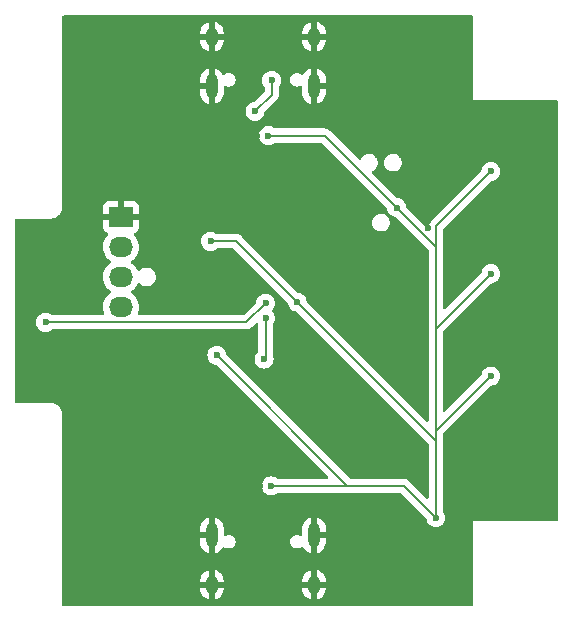
<source format=gbl>
G04 #@! TF.GenerationSoftware,KiCad,Pcbnew,7.0.10*
G04 #@! TF.CreationDate,2024-01-04T17:22:19+01:00*
G04 #@! TF.ProjectId,fosmometer,666f736d-6f6d-4657-9465-722e6b696361,rev?*
G04 #@! TF.SameCoordinates,Original*
G04 #@! TF.FileFunction,Copper,L2,Bot*
G04 #@! TF.FilePolarity,Positive*
%FSLAX46Y46*%
G04 Gerber Fmt 4.6, Leading zero omitted, Abs format (unit mm)*
G04 Created by KiCad (PCBNEW 7.0.10) date 2024-01-04 17:22:19*
%MOMM*%
%LPD*%
G01*
G04 APERTURE LIST*
G04 #@! TA.AperFunction,ComponentPad*
%ADD10O,1.000000X2.100000*%
G04 #@! TD*
G04 #@! TA.AperFunction,ComponentPad*
%ADD11O,1.000000X1.600000*%
G04 #@! TD*
G04 #@! TA.AperFunction,ComponentPad*
%ADD12R,2.030000X1.730000*%
G04 #@! TD*
G04 #@! TA.AperFunction,ComponentPad*
%ADD13O,2.030000X1.730000*%
G04 #@! TD*
G04 #@! TA.AperFunction,ViaPad*
%ADD14C,0.600000*%
G04 #@! TD*
G04 #@! TA.AperFunction,Conductor*
%ADD15C,0.200000*%
G04 #@! TD*
G04 APERTURE END LIST*
D10*
X120680000Y-169020000D03*
D11*
X120680000Y-173200000D03*
D10*
X129320000Y-169020000D03*
D11*
X129320000Y-173200000D03*
D10*
X129320000Y-130980000D03*
D11*
X129320000Y-126800000D03*
D10*
X120680000Y-130980000D03*
D11*
X120680000Y-126800000D03*
D12*
X112990000Y-142065000D03*
D13*
X112990000Y-144605000D03*
X112990000Y-147145000D03*
X112990000Y-149685000D03*
D14*
X144300000Y-146870000D03*
X144300000Y-155530000D03*
X144300000Y-138210000D03*
X136328700Y-141270000D03*
X127900000Y-149260000D03*
X120570000Y-144125000D03*
X125725000Y-164830000D03*
X139650000Y-167532500D03*
X121105000Y-153770000D03*
X125475000Y-135170000D03*
X136328700Y-138730000D03*
X119047500Y-148135000D03*
X107037500Y-157100000D03*
X124775000Y-164830000D03*
X104330000Y-150037500D03*
X133800000Y-164000000D03*
X144300000Y-161790000D03*
X142350000Y-168557500D03*
X144300000Y-153130000D03*
X124525000Y-135170000D03*
X109900000Y-151900000D03*
X144300000Y-135810000D03*
X139000000Y-143000000D03*
X128170000Y-159470000D03*
X144300000Y-144470000D03*
X135600000Y-146600000D03*
X116820000Y-158747500D03*
X114970000Y-158435000D03*
X135600000Y-158200000D03*
X113770000Y-152305000D03*
X123350000Y-160430000D03*
X125750000Y-130500000D03*
X124335695Y-133119977D03*
X125100000Y-154100000D03*
X125230000Y-150635000D03*
X125230000Y-149365000D03*
X106605000Y-150987500D03*
D15*
X136328700Y-141270000D02*
X130228700Y-135170000D01*
X139650000Y-160180000D02*
X139650000Y-161010000D01*
X139650000Y-161010000D02*
X139650000Y-167532500D01*
X130228700Y-135170000D02*
X125475000Y-135170000D01*
X139650000Y-160180000D02*
X144300000Y-155530000D01*
X136947500Y-164830000D02*
X139650000Y-167532500D01*
X120570000Y-144125000D02*
X122765000Y-144125000D01*
X125725000Y-164830000D02*
X132165000Y-164830000D01*
X122765000Y-144125000D02*
X127900000Y-149260000D01*
X144300000Y-146870000D02*
X139650000Y-151520000D01*
X139650000Y-144591300D02*
X139650000Y-151520000D01*
X136328700Y-141270000D02*
X139650000Y-144591300D01*
X121105000Y-153770000D02*
X132165000Y-164830000D01*
X144300000Y-138210000D02*
X139650000Y-142860000D01*
X127900000Y-149260000D02*
X139650000Y-161010000D01*
X139650000Y-151520000D02*
X139650000Y-160180000D01*
X139650000Y-142860000D02*
X139650000Y-144591300D01*
X132165000Y-164830000D02*
X136947500Y-164830000D01*
X124336395Y-133119277D02*
X125750000Y-131705672D01*
X125750000Y-131705672D02*
X125750000Y-130500000D01*
X125230000Y-153970000D02*
X125100000Y-154100000D01*
X125230000Y-150635000D02*
X125230000Y-153970000D01*
X106605000Y-150987500D02*
X123607500Y-150987500D01*
X123607500Y-150987500D02*
X125230000Y-149365000D01*
G04 #@! TA.AperFunction,Conductor*
G36*
X142743039Y-125020185D02*
G01*
X142788794Y-125072989D01*
X142800000Y-125124500D01*
X142800000Y-132200000D01*
X149875500Y-132200000D01*
X149942539Y-132219685D01*
X149988294Y-132272489D01*
X149999500Y-132324000D01*
X149999500Y-167676000D01*
X149979815Y-167743039D01*
X149927011Y-167788794D01*
X149875500Y-167800000D01*
X142800000Y-167800000D01*
X142800000Y-174875500D01*
X142780315Y-174942539D01*
X142727511Y-174988294D01*
X142676000Y-174999500D01*
X108124000Y-174999500D01*
X108056961Y-174979815D01*
X108011206Y-174927011D01*
X108000000Y-174875500D01*
X108000000Y-173550713D01*
X119680000Y-173550713D01*
X119695418Y-173702338D01*
X119756299Y-173896381D01*
X119756304Y-173896391D01*
X119855005Y-174074215D01*
X119855005Y-174074216D01*
X119987478Y-174228530D01*
X119987479Y-174228531D01*
X120148304Y-174353018D01*
X120330907Y-174442589D01*
X120430000Y-174468244D01*
X120430000Y-173666110D01*
X120454457Y-173705610D01*
X120543962Y-173773201D01*
X120651840Y-173803895D01*
X120763521Y-173793546D01*
X120863922Y-173743552D01*
X120930000Y-173671069D01*
X120930000Y-174473365D01*
X120931944Y-174473069D01*
X120931945Y-174473069D01*
X121122660Y-174402436D01*
X121122664Y-174402434D01*
X121295267Y-174294850D01*
X121442668Y-174154735D01*
X121442669Y-174154733D01*
X121558856Y-173987804D01*
X121639059Y-173800907D01*
X121680000Y-173601690D01*
X121680000Y-173550713D01*
X128320000Y-173550713D01*
X128335418Y-173702338D01*
X128396299Y-173896381D01*
X128396304Y-173896391D01*
X128495005Y-174074215D01*
X128495005Y-174074216D01*
X128627478Y-174228530D01*
X128627479Y-174228531D01*
X128788304Y-174353018D01*
X128970907Y-174442589D01*
X129070000Y-174468244D01*
X129070000Y-173666110D01*
X129094457Y-173705610D01*
X129183962Y-173773201D01*
X129291840Y-173803895D01*
X129403521Y-173793546D01*
X129503922Y-173743552D01*
X129570000Y-173671069D01*
X129570000Y-174473366D01*
X129571944Y-174473069D01*
X129571945Y-174473069D01*
X129762660Y-174402436D01*
X129762664Y-174402434D01*
X129935267Y-174294850D01*
X130082668Y-174154735D01*
X130082669Y-174154733D01*
X130198856Y-173987804D01*
X130279059Y-173800907D01*
X130320000Y-173601690D01*
X130320000Y-173450000D01*
X129620000Y-173450000D01*
X129620000Y-172950000D01*
X130320000Y-172950000D01*
X130320000Y-172849286D01*
X130304581Y-172697661D01*
X130243700Y-172503618D01*
X130243695Y-172503608D01*
X130144994Y-172325784D01*
X130144994Y-172325783D01*
X130012521Y-172171469D01*
X130012520Y-172171468D01*
X129851695Y-172046981D01*
X129669093Y-171957411D01*
X129570000Y-171931753D01*
X129570000Y-172733889D01*
X129545543Y-172694390D01*
X129456038Y-172626799D01*
X129348160Y-172596105D01*
X129236479Y-172606454D01*
X129136078Y-172656448D01*
X129070000Y-172728930D01*
X129070000Y-171926633D01*
X129068053Y-171926931D01*
X129068047Y-171926933D01*
X128877342Y-171997562D01*
X128877335Y-171997565D01*
X128704732Y-172105149D01*
X128557331Y-172245264D01*
X128557330Y-172245266D01*
X128441143Y-172412195D01*
X128360940Y-172599092D01*
X128320000Y-172798309D01*
X128320000Y-172950000D01*
X129020000Y-172950000D01*
X129020000Y-173450000D01*
X128320000Y-173450000D01*
X128320000Y-173550713D01*
X121680000Y-173550713D01*
X121680000Y-173450000D01*
X120980000Y-173450000D01*
X120980000Y-172950000D01*
X121680000Y-172950000D01*
X121680000Y-172849286D01*
X121664581Y-172697661D01*
X121603700Y-172503618D01*
X121603695Y-172503608D01*
X121504994Y-172325784D01*
X121504994Y-172325783D01*
X121372521Y-172171469D01*
X121372520Y-172171468D01*
X121211695Y-172046981D01*
X121029093Y-171957411D01*
X120930000Y-171931753D01*
X120930000Y-172733889D01*
X120905543Y-172694390D01*
X120816038Y-172626799D01*
X120708160Y-172596105D01*
X120596479Y-172606454D01*
X120496078Y-172656448D01*
X120430000Y-172728930D01*
X120430000Y-171926633D01*
X120428053Y-171926931D01*
X120428047Y-171926933D01*
X120237342Y-171997562D01*
X120237335Y-171997565D01*
X120064732Y-172105149D01*
X119917331Y-172245264D01*
X119917330Y-172245266D01*
X119801143Y-172412195D01*
X119720940Y-172599092D01*
X119680000Y-172798309D01*
X119680000Y-172950000D01*
X120380000Y-172950000D01*
X120380000Y-173450000D01*
X119680000Y-173450000D01*
X119680000Y-173550713D01*
X108000000Y-173550713D01*
X108000000Y-169620713D01*
X119680000Y-169620713D01*
X119695418Y-169772338D01*
X119756299Y-169966381D01*
X119756304Y-169966391D01*
X119855005Y-170144215D01*
X119855005Y-170144216D01*
X119987478Y-170298530D01*
X119987479Y-170298531D01*
X120148304Y-170423018D01*
X120330907Y-170512589D01*
X120430000Y-170538244D01*
X120430000Y-169736110D01*
X120454457Y-169775610D01*
X120543962Y-169843201D01*
X120651840Y-169873895D01*
X120763521Y-169863546D01*
X120863922Y-169813552D01*
X120930000Y-169741069D01*
X120930000Y-170543365D01*
X120931944Y-170543069D01*
X120931945Y-170543069D01*
X121122660Y-170472436D01*
X121122664Y-170472434D01*
X121295267Y-170364850D01*
X121442668Y-170224735D01*
X121442669Y-170224733D01*
X121558855Y-170057806D01*
X121562234Y-170049931D01*
X121606758Y-169996084D01*
X121673325Y-169974857D01*
X121740801Y-169992988D01*
X121751663Y-170000440D01*
X121819767Y-170052698D01*
X121959764Y-170110687D01*
X122072280Y-170125500D01*
X122072287Y-170125500D01*
X122147713Y-170125500D01*
X122147720Y-170125500D01*
X122260236Y-170110687D01*
X122400233Y-170052698D01*
X122520451Y-169960451D01*
X122612698Y-169840233D01*
X122670687Y-169700236D01*
X122690466Y-169550000D01*
X127309534Y-169550000D01*
X127329312Y-169700234D01*
X127329313Y-169700236D01*
X127387302Y-169840233D01*
X127479549Y-169960451D01*
X127599767Y-170052698D01*
X127739764Y-170110687D01*
X127852280Y-170125500D01*
X127852287Y-170125500D01*
X127927713Y-170125500D01*
X127927720Y-170125500D01*
X128040236Y-170110687D01*
X128180233Y-170052698D01*
X128251256Y-169998199D01*
X128316425Y-169973006D01*
X128384869Y-169987044D01*
X128434859Y-170035858D01*
X128435161Y-170036398D01*
X128495005Y-170144215D01*
X128495005Y-170144216D01*
X128627478Y-170298530D01*
X128627479Y-170298531D01*
X128788304Y-170423018D01*
X128970907Y-170512589D01*
X129070000Y-170538244D01*
X129070000Y-169736110D01*
X129094457Y-169775610D01*
X129183962Y-169843201D01*
X129291840Y-169873895D01*
X129403521Y-169863546D01*
X129503922Y-169813552D01*
X129570000Y-169741069D01*
X129570000Y-170543366D01*
X129571944Y-170543069D01*
X129571945Y-170543069D01*
X129762660Y-170472436D01*
X129762664Y-170472434D01*
X129935267Y-170364850D01*
X130082668Y-170224735D01*
X130082669Y-170224733D01*
X130198856Y-170057804D01*
X130279059Y-169870907D01*
X130320000Y-169671690D01*
X130320000Y-169270000D01*
X129620000Y-169270000D01*
X129620000Y-168770000D01*
X130320000Y-168770000D01*
X130320000Y-168419286D01*
X130304581Y-168267661D01*
X130243700Y-168073618D01*
X130243695Y-168073608D01*
X130144994Y-167895784D01*
X130144994Y-167895783D01*
X130012521Y-167741469D01*
X130012520Y-167741468D01*
X129851695Y-167616981D01*
X129669093Y-167527411D01*
X129570000Y-167501753D01*
X129570000Y-168303889D01*
X129545543Y-168264390D01*
X129456038Y-168196799D01*
X129348160Y-168166105D01*
X129236479Y-168176454D01*
X129136078Y-168226448D01*
X129070000Y-168298930D01*
X129070000Y-167496633D01*
X129068053Y-167496931D01*
X129068047Y-167496933D01*
X128877342Y-167567562D01*
X128877335Y-167567565D01*
X128704732Y-167675149D01*
X128557331Y-167815264D01*
X128557330Y-167815266D01*
X128441143Y-167982195D01*
X128360940Y-168169092D01*
X128320000Y-168368309D01*
X128320000Y-168919615D01*
X128300315Y-168986654D01*
X128247511Y-169032409D01*
X128178353Y-169042353D01*
X128148548Y-169034176D01*
X128040239Y-168989314D01*
X128040237Y-168989313D01*
X128040236Y-168989313D01*
X128020039Y-168986654D01*
X127927727Y-168974500D01*
X127927720Y-168974500D01*
X127852280Y-168974500D01*
X127852272Y-168974500D01*
X127739764Y-168989313D01*
X127739763Y-168989313D01*
X127599770Y-169047300D01*
X127479549Y-169139549D01*
X127387300Y-169259770D01*
X127329313Y-169399763D01*
X127329312Y-169399765D01*
X127309534Y-169549999D01*
X127309534Y-169550000D01*
X122690466Y-169550000D01*
X122670687Y-169399764D01*
X122612698Y-169259767D01*
X122520451Y-169139549D01*
X122400233Y-169047302D01*
X122400229Y-169047300D01*
X122311069Y-169010369D01*
X122260236Y-168989313D01*
X122240039Y-168986654D01*
X122147727Y-168974500D01*
X122147720Y-168974500D01*
X122072280Y-168974500D01*
X122072272Y-168974500D01*
X121959764Y-168989313D01*
X121959760Y-168989314D01*
X121851452Y-169034176D01*
X121781982Y-169041645D01*
X121719503Y-169010369D01*
X121683852Y-168950280D01*
X121680000Y-168919615D01*
X121680000Y-168419286D01*
X121664581Y-168267661D01*
X121603700Y-168073618D01*
X121603695Y-168073608D01*
X121504994Y-167895784D01*
X121504994Y-167895783D01*
X121372521Y-167741469D01*
X121372520Y-167741468D01*
X121211695Y-167616981D01*
X121029093Y-167527411D01*
X120930000Y-167501753D01*
X120930000Y-168303889D01*
X120905543Y-168264390D01*
X120816038Y-168196799D01*
X120708160Y-168166105D01*
X120596479Y-168176454D01*
X120496078Y-168226448D01*
X120430000Y-168298930D01*
X120430000Y-167496633D01*
X120428053Y-167496931D01*
X120428047Y-167496933D01*
X120237342Y-167567562D01*
X120237335Y-167567565D01*
X120064732Y-167675149D01*
X119917331Y-167815264D01*
X119917330Y-167815266D01*
X119801143Y-167982195D01*
X119720940Y-168169092D01*
X119680000Y-168368309D01*
X119680000Y-168770000D01*
X120380000Y-168770000D01*
X120380000Y-169270000D01*
X119680000Y-169270000D01*
X119680000Y-169620713D01*
X108000000Y-169620713D01*
X108000000Y-165942809D01*
X108000265Y-165934700D01*
X108000500Y-165931114D01*
X108000500Y-158712472D01*
X108000500Y-158712468D01*
X107970101Y-158540062D01*
X107910225Y-158375555D01*
X107822692Y-158223945D01*
X107822691Y-158223943D01*
X107822690Y-158223942D01*
X107710163Y-158089836D01*
X107576057Y-157977309D01*
X107424446Y-157889775D01*
X107259937Y-157829898D01*
X107087534Y-157799500D01*
X107087532Y-157799500D01*
X107000099Y-157799500D01*
X104124000Y-157799500D01*
X104056961Y-157779815D01*
X104011206Y-157727011D01*
X104000000Y-157675500D01*
X104000000Y-150987503D01*
X105799435Y-150987503D01*
X105819630Y-151166749D01*
X105819631Y-151166754D01*
X105879211Y-151337023D01*
X105928699Y-151415782D01*
X105975184Y-151489762D01*
X106102738Y-151617316D01*
X106255478Y-151713289D01*
X106413934Y-151768735D01*
X106425745Y-151772868D01*
X106425750Y-151772869D01*
X106604996Y-151793065D01*
X106605000Y-151793065D01*
X106605004Y-151793065D01*
X106784249Y-151772869D01*
X106784252Y-151772868D01*
X106784255Y-151772868D01*
X106954522Y-151713289D01*
X107107262Y-151617316D01*
X107107267Y-151617310D01*
X107110097Y-151615055D01*
X107112275Y-151614165D01*
X107113158Y-151613611D01*
X107113255Y-151613765D01*
X107174783Y-151588645D01*
X107187412Y-151588000D01*
X123560013Y-151588000D01*
X123576197Y-151589060D01*
X123607500Y-151593182D01*
X123607501Y-151593182D01*
X123659754Y-151586302D01*
X123764262Y-151572544D01*
X123910341Y-151512036D01*
X123951258Y-151480639D01*
X124035782Y-151415782D01*
X124055009Y-151390723D01*
X124065690Y-151378543D01*
X124377093Y-151067140D01*
X124438414Y-151033657D01*
X124508106Y-151038641D01*
X124564039Y-151080513D01*
X124569766Y-151088852D01*
X124600182Y-151137259D01*
X124602445Y-151140097D01*
X124603335Y-151142278D01*
X124603889Y-151143159D01*
X124603734Y-151143255D01*
X124628855Y-151204783D01*
X124629500Y-151217412D01*
X124629500Y-153387060D01*
X124609815Y-153454099D01*
X124593181Y-153474741D01*
X124470184Y-153597737D01*
X124374211Y-153750476D01*
X124314631Y-153920745D01*
X124314630Y-153920750D01*
X124294435Y-154099996D01*
X124294435Y-154100003D01*
X124314630Y-154279249D01*
X124314631Y-154279254D01*
X124374211Y-154449523D01*
X124446871Y-154565160D01*
X124470184Y-154602262D01*
X124597738Y-154729816D01*
X124750478Y-154825789D01*
X124920745Y-154885368D01*
X124920750Y-154885369D01*
X125099996Y-154905565D01*
X125100000Y-154905565D01*
X125100004Y-154905565D01*
X125279249Y-154885369D01*
X125279252Y-154885368D01*
X125279255Y-154885368D01*
X125449522Y-154825789D01*
X125602262Y-154729816D01*
X125729816Y-154602262D01*
X125825789Y-154449522D01*
X125885368Y-154279255D01*
X125886156Y-154272262D01*
X125905565Y-154100003D01*
X125905565Y-154099996D01*
X125885369Y-153920750D01*
X125885367Y-153920742D01*
X125837458Y-153783824D01*
X125830500Y-153742870D01*
X125830500Y-151217412D01*
X125850185Y-151150373D01*
X125857555Y-151140097D01*
X125859810Y-151137267D01*
X125859816Y-151137262D01*
X125955789Y-150984522D01*
X126015368Y-150814255D01*
X126016045Y-150808245D01*
X126035565Y-150635003D01*
X126035565Y-150634996D01*
X126015369Y-150455750D01*
X126015368Y-150455745D01*
X125981055Y-150357684D01*
X125955789Y-150285478D01*
X125859816Y-150132738D01*
X125814759Y-150087681D01*
X125781274Y-150026358D01*
X125786258Y-149956666D01*
X125814759Y-149912319D01*
X125837263Y-149889815D01*
X125859816Y-149867262D01*
X125955789Y-149714522D01*
X126015368Y-149544255D01*
X126015369Y-149544249D01*
X126035565Y-149365003D01*
X126035565Y-149364996D01*
X126015369Y-149185750D01*
X126015368Y-149185745D01*
X125978626Y-149080743D01*
X125955789Y-149015478D01*
X125859816Y-148862738D01*
X125732262Y-148735184D01*
X125579523Y-148639211D01*
X125409254Y-148579631D01*
X125409249Y-148579630D01*
X125230004Y-148559435D01*
X125229996Y-148559435D01*
X125050750Y-148579630D01*
X125050745Y-148579631D01*
X124880476Y-148639211D01*
X124727737Y-148735184D01*
X124600184Y-148862737D01*
X124504210Y-149015478D01*
X124444630Y-149185750D01*
X124434837Y-149272668D01*
X124407770Y-149337082D01*
X124399298Y-149346465D01*
X123395084Y-150350681D01*
X123333761Y-150384166D01*
X123307403Y-150387000D01*
X114516689Y-150387000D01*
X114449650Y-150367315D01*
X114403895Y-150314511D01*
X114393951Y-150245353D01*
X114405965Y-150207176D01*
X114411613Y-150195976D01*
X114479678Y-149973723D01*
X114509202Y-149743163D01*
X114507985Y-149714523D01*
X114500753Y-149544255D01*
X114499337Y-149510930D01*
X114450366Y-149283705D01*
X114363699Y-149068024D01*
X114241827Y-148870093D01*
X114088259Y-148695605D01*
X114088256Y-148695602D01*
X114088253Y-148695599D01*
X113907416Y-148549584D01*
X113907410Y-148549580D01*
X113879898Y-148534211D01*
X113860369Y-148523301D01*
X113811444Y-148473422D01*
X113797251Y-148405009D01*
X113822298Y-148339784D01*
X113851407Y-148312313D01*
X113898594Y-148280420D01*
X114000936Y-148211249D01*
X114168749Y-148050413D01*
X114306967Y-147863530D01*
X114373746Y-147731080D01*
X114421501Y-147680083D01*
X114489250Y-147662999D01*
X114555481Y-147685255D01*
X114572148Y-147699226D01*
X114647738Y-147774816D01*
X114738080Y-147831582D01*
X114788928Y-147863532D01*
X114800478Y-147870789D01*
X114970745Y-147930368D01*
X114970750Y-147930369D01*
X115061246Y-147940565D01*
X115105040Y-147945499D01*
X115105043Y-147945500D01*
X115105046Y-147945500D01*
X115194957Y-147945500D01*
X115194958Y-147945499D01*
X115262104Y-147937934D01*
X115329249Y-147930369D01*
X115329252Y-147930368D01*
X115329255Y-147930368D01*
X115499522Y-147870789D01*
X115652262Y-147774816D01*
X115779816Y-147647262D01*
X115875789Y-147494522D01*
X115935368Y-147324255D01*
X115935369Y-147324249D01*
X115955565Y-147145003D01*
X115955565Y-147144996D01*
X115935369Y-146965750D01*
X115935368Y-146965745D01*
X115897063Y-146856277D01*
X115875789Y-146795478D01*
X115779816Y-146642738D01*
X115652262Y-146515184D01*
X115652260Y-146515183D01*
X115499523Y-146419211D01*
X115329254Y-146359631D01*
X115329249Y-146359630D01*
X115194960Y-146344500D01*
X115194954Y-146344500D01*
X115105046Y-146344500D01*
X115105039Y-146344500D01*
X114970750Y-146359630D01*
X114970745Y-146359631D01*
X114800476Y-146419211D01*
X114647739Y-146515183D01*
X114574181Y-146588741D01*
X114512857Y-146622225D01*
X114443166Y-146617240D01*
X114387232Y-146575369D01*
X114371442Y-146547293D01*
X114363700Y-146528027D01*
X114363699Y-146528024D01*
X114241827Y-146330093D01*
X114088259Y-146155605D01*
X114088256Y-146155602D01*
X114088253Y-146155599D01*
X113907416Y-146009584D01*
X113907410Y-146009580D01*
X113860370Y-145983302D01*
X113811444Y-145933422D01*
X113797251Y-145865009D01*
X113822298Y-145799784D01*
X113851407Y-145772313D01*
X113898594Y-145740420D01*
X114000936Y-145671249D01*
X114168749Y-145510413D01*
X114306967Y-145323530D01*
X114411613Y-145115976D01*
X114479678Y-144893723D01*
X114509202Y-144663163D01*
X114499337Y-144430930D01*
X114450366Y-144203705D01*
X114418741Y-144125003D01*
X119764435Y-144125003D01*
X119784630Y-144304249D01*
X119784631Y-144304254D01*
X119844211Y-144474523D01*
X119937260Y-144622608D01*
X119940184Y-144627262D01*
X120067738Y-144754816D01*
X120220478Y-144850789D01*
X120390745Y-144910368D01*
X120390750Y-144910369D01*
X120569996Y-144930565D01*
X120570000Y-144930565D01*
X120570004Y-144930565D01*
X120749249Y-144910369D01*
X120749252Y-144910368D01*
X120749255Y-144910368D01*
X120919522Y-144850789D01*
X121072262Y-144754816D01*
X121072267Y-144754810D01*
X121075097Y-144752555D01*
X121077275Y-144751665D01*
X121078158Y-144751111D01*
X121078255Y-144751265D01*
X121139783Y-144726145D01*
X121152412Y-144725500D01*
X122464903Y-144725500D01*
X122531942Y-144745185D01*
X122552584Y-144761819D01*
X127069298Y-149278533D01*
X127102783Y-149339856D01*
X127104837Y-149352330D01*
X127114630Y-149439249D01*
X127174210Y-149609521D01*
X127258181Y-149743160D01*
X127270184Y-149762262D01*
X127397738Y-149889816D01*
X127550478Y-149985789D01*
X127720745Y-150045368D01*
X127807669Y-150055161D01*
X127872080Y-150082226D01*
X127881465Y-150090700D01*
X139013181Y-161222416D01*
X139046666Y-161283739D01*
X139049500Y-161310097D01*
X139049500Y-165783403D01*
X139029815Y-165850442D01*
X138977011Y-165896197D01*
X138907853Y-165906141D01*
X138844297Y-165877116D01*
X138837819Y-165871084D01*
X137405699Y-164438964D01*
X137395003Y-164426767D01*
X137375786Y-164401722D01*
X137375783Y-164401720D01*
X137375782Y-164401718D01*
X137250341Y-164305464D01*
X137104262Y-164244956D01*
X137104260Y-164244955D01*
X136986861Y-164229500D01*
X136947500Y-164224318D01*
X136916197Y-164228439D01*
X136900013Y-164229500D01*
X132465097Y-164229500D01*
X132398058Y-164209815D01*
X132377416Y-164193181D01*
X121935700Y-153751465D01*
X121902215Y-153690142D01*
X121900163Y-153677686D01*
X121890368Y-153590745D01*
X121830789Y-153420478D01*
X121734816Y-153267738D01*
X121607262Y-153140184D01*
X121454523Y-153044211D01*
X121284254Y-152984631D01*
X121284249Y-152984630D01*
X121105004Y-152964435D01*
X121104996Y-152964435D01*
X120925750Y-152984630D01*
X120925745Y-152984631D01*
X120755476Y-153044211D01*
X120602737Y-153140184D01*
X120475184Y-153267737D01*
X120379211Y-153420476D01*
X120319631Y-153590745D01*
X120319630Y-153590750D01*
X120299435Y-153769996D01*
X120299435Y-153770003D01*
X120319630Y-153949249D01*
X120319631Y-153949254D01*
X120379211Y-154119523D01*
X120475184Y-154272262D01*
X120602738Y-154399816D01*
X120755478Y-154495789D01*
X120925745Y-154555368D01*
X121012669Y-154565161D01*
X121077080Y-154592226D01*
X121086465Y-154600700D01*
X130503584Y-164017819D01*
X130537069Y-164079142D01*
X130532085Y-164148834D01*
X130490213Y-164204767D01*
X130424749Y-164229184D01*
X130415903Y-164229500D01*
X126307412Y-164229500D01*
X126240373Y-164209815D01*
X126230097Y-164202445D01*
X126227263Y-164200185D01*
X126227262Y-164200184D01*
X126145539Y-164148834D01*
X126074523Y-164104211D01*
X125904254Y-164044631D01*
X125904249Y-164044630D01*
X125725004Y-164024435D01*
X125724996Y-164024435D01*
X125545750Y-164044630D01*
X125545745Y-164044631D01*
X125375476Y-164104211D01*
X125222737Y-164200184D01*
X125095184Y-164327737D01*
X124999211Y-164480476D01*
X124939631Y-164650745D01*
X124939630Y-164650750D01*
X124919435Y-164829996D01*
X124919435Y-164830003D01*
X124939630Y-165009249D01*
X124939631Y-165009254D01*
X124999211Y-165179523D01*
X125027438Y-165224445D01*
X125095184Y-165332262D01*
X125222738Y-165459816D01*
X125375478Y-165555789D01*
X125403691Y-165565661D01*
X125545745Y-165615368D01*
X125545750Y-165615369D01*
X125724996Y-165635565D01*
X125725000Y-165635565D01*
X125725004Y-165635565D01*
X125904249Y-165615369D01*
X125904252Y-165615368D01*
X125904255Y-165615368D01*
X126074522Y-165555789D01*
X126227262Y-165459816D01*
X126227267Y-165459810D01*
X126230097Y-165457555D01*
X126232275Y-165456665D01*
X126233158Y-165456111D01*
X126233255Y-165456265D01*
X126294783Y-165431145D01*
X126307412Y-165430500D01*
X132117513Y-165430500D01*
X132133697Y-165431560D01*
X132165000Y-165435682D01*
X132196302Y-165431560D01*
X132212487Y-165430500D01*
X136647403Y-165430500D01*
X136714442Y-165450185D01*
X136735084Y-165466819D01*
X138819298Y-167551033D01*
X138852783Y-167612356D01*
X138854837Y-167624830D01*
X138864630Y-167711749D01*
X138924210Y-167882021D01*
X138932858Y-167895784D01*
X139020184Y-168034762D01*
X139147738Y-168162316D01*
X139300478Y-168258289D01*
X139317914Y-168264390D01*
X139470745Y-168317868D01*
X139470750Y-168317869D01*
X139649996Y-168338065D01*
X139650000Y-168338065D01*
X139650004Y-168338065D01*
X139829249Y-168317869D01*
X139829252Y-168317868D01*
X139829255Y-168317868D01*
X139999522Y-168258289D01*
X140152262Y-168162316D01*
X140279816Y-168034762D01*
X140375789Y-167882022D01*
X140435368Y-167711755D01*
X140439397Y-167676000D01*
X140455565Y-167532503D01*
X140455565Y-167532496D01*
X140435369Y-167353250D01*
X140435368Y-167353245D01*
X140375788Y-167182976D01*
X140279813Y-167030234D01*
X140277550Y-167027396D01*
X140276659Y-167025215D01*
X140276111Y-167024342D01*
X140276264Y-167024245D01*
X140251144Y-166962709D01*
X140250500Y-166950087D01*
X140250500Y-161057487D01*
X140251561Y-161041301D01*
X140255682Y-161010000D01*
X140255682Y-161009998D01*
X140251561Y-160978697D01*
X140250500Y-160962512D01*
X140250500Y-160480096D01*
X140270185Y-160413057D01*
X140286814Y-160392420D01*
X144318535Y-156360698D01*
X144379856Y-156327215D01*
X144392311Y-156325163D01*
X144479255Y-156315368D01*
X144649522Y-156255789D01*
X144802262Y-156159816D01*
X144929816Y-156032262D01*
X145025789Y-155879522D01*
X145085368Y-155709255D01*
X145105565Y-155530000D01*
X145102419Y-155502082D01*
X145085369Y-155350750D01*
X145085368Y-155350745D01*
X145025788Y-155180476D01*
X144929815Y-155027737D01*
X144802262Y-154900184D01*
X144649523Y-154804211D01*
X144479254Y-154744631D01*
X144479249Y-154744630D01*
X144300004Y-154724435D01*
X144299996Y-154724435D01*
X144120750Y-154744630D01*
X144120745Y-154744631D01*
X143950476Y-154804211D01*
X143797737Y-154900184D01*
X143670184Y-155027737D01*
X143574210Y-155180478D01*
X143514630Y-155350750D01*
X143504837Y-155437668D01*
X143477770Y-155502082D01*
X143469298Y-155511465D01*
X140462181Y-158518583D01*
X140400858Y-158552068D01*
X140331166Y-158547084D01*
X140275233Y-158505212D01*
X140250816Y-158439748D01*
X140250500Y-158430902D01*
X140250500Y-151820096D01*
X140270185Y-151753057D01*
X140286814Y-151732420D01*
X144318535Y-147700698D01*
X144379856Y-147667215D01*
X144392311Y-147665163D01*
X144479255Y-147655368D01*
X144649522Y-147595789D01*
X144802262Y-147499816D01*
X144929816Y-147372262D01*
X145025789Y-147219522D01*
X145085368Y-147049255D01*
X145094777Y-146965750D01*
X145105565Y-146870003D01*
X145105565Y-146869996D01*
X145085369Y-146690750D01*
X145085368Y-146690745D01*
X145035172Y-146547293D01*
X145025789Y-146520478D01*
X144929816Y-146367738D01*
X144802262Y-146240184D01*
X144801310Y-146239586D01*
X144649523Y-146144211D01*
X144479254Y-146084631D01*
X144479249Y-146084630D01*
X144300004Y-146064435D01*
X144299996Y-146064435D01*
X144120750Y-146084630D01*
X144120745Y-146084631D01*
X143950476Y-146144211D01*
X143797737Y-146240184D01*
X143670184Y-146367737D01*
X143574210Y-146520478D01*
X143514630Y-146690750D01*
X143504837Y-146777668D01*
X143477770Y-146842082D01*
X143469298Y-146851465D01*
X140462181Y-149858583D01*
X140400858Y-149892068D01*
X140331166Y-149887084D01*
X140275233Y-149845212D01*
X140250816Y-149779748D01*
X140250500Y-149770902D01*
X140250500Y-144638794D01*
X140251561Y-144622608D01*
X140255683Y-144591300D01*
X140255683Y-144591298D01*
X140251561Y-144559989D01*
X140250500Y-144543804D01*
X140250500Y-143160096D01*
X140270185Y-143093057D01*
X140286814Y-143072420D01*
X144318535Y-139040698D01*
X144379856Y-139007215D01*
X144392311Y-139005163D01*
X144479255Y-138995368D01*
X144649522Y-138935789D01*
X144802262Y-138839816D01*
X144929816Y-138712262D01*
X145025789Y-138559522D01*
X145085368Y-138389255D01*
X145090478Y-138343903D01*
X145105565Y-138210003D01*
X145105565Y-138209996D01*
X145085369Y-138030750D01*
X145085368Y-138030745D01*
X145025788Y-137860476D01*
X144929815Y-137707737D01*
X144802262Y-137580184D01*
X144649523Y-137484211D01*
X144479254Y-137424631D01*
X144479249Y-137424630D01*
X144300004Y-137404435D01*
X144299996Y-137404435D01*
X144120750Y-137424630D01*
X144120745Y-137424631D01*
X143950476Y-137484211D01*
X143797737Y-137580184D01*
X143670184Y-137707737D01*
X143574210Y-137860478D01*
X143514630Y-138030750D01*
X143504837Y-138117668D01*
X143477770Y-138182082D01*
X143469298Y-138191465D01*
X139258965Y-142401798D01*
X139246774Y-142412490D01*
X139221718Y-142431717D01*
X139197549Y-142463213D01*
X139197550Y-142463214D01*
X139125464Y-142557158D01*
X139125461Y-142557163D01*
X139064957Y-142703234D01*
X139064956Y-142703239D01*
X139044984Y-142854934D01*
X139016717Y-142918830D01*
X138958392Y-142957301D01*
X138888528Y-142958132D01*
X138834364Y-142926429D01*
X137159400Y-141251465D01*
X137125915Y-141190142D01*
X137123863Y-141177686D01*
X137114068Y-141090745D01*
X137054489Y-140920478D01*
X136958516Y-140767738D01*
X136830962Y-140640184D01*
X136678221Y-140544210D01*
X136507949Y-140484630D01*
X136421030Y-140474837D01*
X136356616Y-140447770D01*
X136347233Y-140439298D01*
X134251838Y-138343903D01*
X134218353Y-138282580D01*
X134223337Y-138212888D01*
X134265209Y-138156955D01*
X134297103Y-138139702D01*
X134320993Y-138131008D01*
X134466654Y-138035205D01*
X134586296Y-137908393D01*
X134673467Y-137757407D01*
X134723469Y-137590388D01*
X134728521Y-137503660D01*
X135266393Y-137503660D01*
X135296668Y-137675354D01*
X135365721Y-137835438D01*
X135365722Y-137835440D01*
X135365724Y-137835443D01*
X135420032Y-137908390D01*
X135469832Y-137975283D01*
X135603386Y-138087349D01*
X135759185Y-138165594D01*
X135928829Y-138205800D01*
X135928831Y-138205800D01*
X136059429Y-138205800D01*
X136059436Y-138205800D01*
X136189164Y-138190637D01*
X136352993Y-138131008D01*
X136498654Y-138035205D01*
X136618296Y-137908393D01*
X136705467Y-137757407D01*
X136755469Y-137590388D01*
X136765607Y-137416340D01*
X136735332Y-137244646D01*
X136666279Y-137084562D01*
X136652156Y-137065592D01*
X136562167Y-136944716D01*
X136428614Y-136832651D01*
X136428612Y-136832650D01*
X136272818Y-136754407D01*
X136272816Y-136754406D01*
X136272815Y-136754406D01*
X136103171Y-136714200D01*
X135972564Y-136714200D01*
X135859052Y-136727467D01*
X135842835Y-136729363D01*
X135842832Y-136729364D01*
X135679008Y-136788991D01*
X135679004Y-136788993D01*
X135533348Y-136884792D01*
X135533347Y-136884793D01*
X135413706Y-137011603D01*
X135413703Y-137011609D01*
X135326534Y-137162590D01*
X135276531Y-137329610D01*
X135276530Y-137329616D01*
X135271479Y-137416340D01*
X135266393Y-137503660D01*
X134728521Y-137503660D01*
X134733607Y-137416340D01*
X134703332Y-137244646D01*
X134634279Y-137084562D01*
X134620156Y-137065592D01*
X134530167Y-136944716D01*
X134396614Y-136832651D01*
X134396612Y-136832650D01*
X134240818Y-136754407D01*
X134240816Y-136754406D01*
X134240815Y-136754406D01*
X134071171Y-136714200D01*
X133940564Y-136714200D01*
X133827052Y-136727467D01*
X133810835Y-136729363D01*
X133810832Y-136729364D01*
X133647008Y-136788991D01*
X133647004Y-136788993D01*
X133501348Y-136884792D01*
X133501347Y-136884793D01*
X133381706Y-137011603D01*
X133381702Y-137011609D01*
X133293341Y-137164657D01*
X133242774Y-137212873D01*
X133174167Y-137226096D01*
X133109302Y-137200128D01*
X133098273Y-137190338D01*
X130686899Y-134778964D01*
X130676204Y-134766769D01*
X130656983Y-134741719D01*
X130656982Y-134741718D01*
X130531541Y-134645464D01*
X130385462Y-134584956D01*
X130385460Y-134584955D01*
X130268061Y-134569500D01*
X130228700Y-134564318D01*
X130197397Y-134568439D01*
X130181213Y-134569500D01*
X126057412Y-134569500D01*
X125990373Y-134549815D01*
X125980097Y-134542445D01*
X125977263Y-134540185D01*
X125977262Y-134540184D01*
X125920496Y-134504515D01*
X125824523Y-134444211D01*
X125654254Y-134384631D01*
X125654249Y-134384630D01*
X125475004Y-134364435D01*
X125474996Y-134364435D01*
X125295750Y-134384630D01*
X125295745Y-134384631D01*
X125125476Y-134444211D01*
X124972737Y-134540184D01*
X124845184Y-134667737D01*
X124749211Y-134820476D01*
X124689631Y-134990745D01*
X124689630Y-134990750D01*
X124669435Y-135169996D01*
X124669435Y-135170003D01*
X124689630Y-135349249D01*
X124689631Y-135349254D01*
X124749211Y-135519523D01*
X124845184Y-135672262D01*
X124972738Y-135799816D01*
X125125478Y-135895789D01*
X125295745Y-135955368D01*
X125295750Y-135955369D01*
X125474996Y-135975565D01*
X125475000Y-135975565D01*
X125475004Y-135975565D01*
X125654249Y-135955369D01*
X125654252Y-135955368D01*
X125654255Y-135955368D01*
X125824522Y-135895789D01*
X125977262Y-135799816D01*
X125977267Y-135799810D01*
X125980097Y-135797555D01*
X125982275Y-135796665D01*
X125983158Y-135796111D01*
X125983255Y-135796265D01*
X126044783Y-135771145D01*
X126057412Y-135770500D01*
X129928603Y-135770500D01*
X129995642Y-135790185D01*
X130016284Y-135806819D01*
X135497998Y-141288533D01*
X135531483Y-141349856D01*
X135533537Y-141362330D01*
X135543330Y-141449249D01*
X135602910Y-141619521D01*
X135670813Y-141727587D01*
X135698884Y-141772262D01*
X135826438Y-141899816D01*
X135979178Y-141995789D01*
X136149445Y-142055368D01*
X136236369Y-142065161D01*
X136300780Y-142092226D01*
X136310165Y-142100700D01*
X139013181Y-144803716D01*
X139046666Y-144865039D01*
X139049500Y-144891397D01*
X139049500Y-151472512D01*
X139048439Y-151488697D01*
X139044318Y-151519998D01*
X139044318Y-151520000D01*
X139048439Y-151551301D01*
X139049500Y-151567487D01*
X139049500Y-159260903D01*
X139029815Y-159327942D01*
X138977011Y-159373697D01*
X138907853Y-159383641D01*
X138844297Y-159354616D01*
X138837819Y-159348584D01*
X128730700Y-149241465D01*
X128697215Y-149180142D01*
X128695163Y-149167686D01*
X128685368Y-149080745D01*
X128625789Y-148910478D01*
X128529816Y-148757738D01*
X128402262Y-148630184D01*
X128321809Y-148579632D01*
X128249521Y-148534210D01*
X128079249Y-148474630D01*
X127992330Y-148464837D01*
X127927916Y-148437770D01*
X127918533Y-148429298D01*
X123223199Y-143733964D01*
X123212504Y-143721769D01*
X123193283Y-143696719D01*
X123096869Y-143622738D01*
X123067841Y-143600464D01*
X122921762Y-143539956D01*
X122921760Y-143539955D01*
X122804361Y-143524500D01*
X122765000Y-143519318D01*
X122733697Y-143523439D01*
X122717513Y-143524500D01*
X121152412Y-143524500D01*
X121085373Y-143504815D01*
X121075097Y-143497445D01*
X121072263Y-143495185D01*
X121072262Y-143495184D01*
X120944480Y-143414893D01*
X120919523Y-143399211D01*
X120749254Y-143339631D01*
X120749249Y-143339630D01*
X120570004Y-143319435D01*
X120569996Y-143319435D01*
X120390750Y-143339630D01*
X120390745Y-143339631D01*
X120220476Y-143399211D01*
X120067737Y-143495184D01*
X119940184Y-143622737D01*
X119844211Y-143775476D01*
X119784631Y-143945745D01*
X119784630Y-143945750D01*
X119764435Y-144124996D01*
X119764435Y-144125003D01*
X114418741Y-144125003D01*
X114363699Y-143988024D01*
X114293122Y-143873401D01*
X114241827Y-143790092D01*
X114138135Y-143672275D01*
X114088259Y-143615605D01*
X114088257Y-143615603D01*
X114085965Y-143612999D01*
X114056450Y-143549669D01*
X114065859Y-143480436D01*
X114111205Y-143427280D01*
X114135715Y-143414893D01*
X114247086Y-143373354D01*
X114247093Y-143373350D01*
X114362187Y-143287190D01*
X114362190Y-143287187D01*
X114448350Y-143172093D01*
X114448354Y-143172086D01*
X114498596Y-143037379D01*
X114498598Y-143037372D01*
X114504999Y-142977844D01*
X114505000Y-142977827D01*
X114505000Y-142583659D01*
X134250393Y-142583659D01*
X134271478Y-142703239D01*
X134280668Y-142755354D01*
X134349721Y-142915438D01*
X134349722Y-142915440D01*
X134349724Y-142915443D01*
X134404032Y-142988390D01*
X134453832Y-143055283D01*
X134587386Y-143167349D01*
X134743185Y-143245594D01*
X134912829Y-143285800D01*
X134912831Y-143285800D01*
X135043429Y-143285800D01*
X135043436Y-143285800D01*
X135173164Y-143270637D01*
X135336993Y-143211008D01*
X135482654Y-143115205D01*
X135602296Y-142988393D01*
X135689467Y-142837407D01*
X135739469Y-142670388D01*
X135749607Y-142496340D01*
X135719332Y-142324646D01*
X135650279Y-142164562D01*
X135602735Y-142100700D01*
X135546167Y-142024716D01*
X135412614Y-141912651D01*
X135412612Y-141912650D01*
X135256818Y-141834407D01*
X135256816Y-141834406D01*
X135256815Y-141834406D01*
X135087171Y-141794200D01*
X134956564Y-141794200D01*
X134843052Y-141807467D01*
X134826835Y-141809363D01*
X134826832Y-141809364D01*
X134663008Y-141868991D01*
X134663004Y-141868993D01*
X134517348Y-141964792D01*
X134517347Y-141964793D01*
X134397706Y-142091603D01*
X134397703Y-142091609D01*
X134310534Y-142242590D01*
X134260531Y-142409610D01*
X134260530Y-142409616D01*
X134250393Y-142583659D01*
X114505000Y-142583659D01*
X114505000Y-142315000D01*
X113435572Y-142315000D01*
X113458682Y-142279040D01*
X113500000Y-142138327D01*
X113500000Y-141991673D01*
X113458682Y-141850960D01*
X113435572Y-141815000D01*
X114505000Y-141815000D01*
X114505000Y-141152172D01*
X114504999Y-141152155D01*
X114498598Y-141092627D01*
X114498596Y-141092620D01*
X114448354Y-140957913D01*
X114448350Y-140957906D01*
X114362190Y-140842812D01*
X114362187Y-140842809D01*
X114247093Y-140756649D01*
X114247086Y-140756645D01*
X114112379Y-140706403D01*
X114112372Y-140706401D01*
X114052844Y-140700000D01*
X113240000Y-140700000D01*
X113240000Y-141618505D01*
X113135161Y-141570627D01*
X113026473Y-141555000D01*
X112953527Y-141555000D01*
X112844839Y-141570627D01*
X112740000Y-141618505D01*
X112740000Y-140700000D01*
X111927155Y-140700000D01*
X111867627Y-140706401D01*
X111867620Y-140706403D01*
X111732913Y-140756645D01*
X111732906Y-140756649D01*
X111617812Y-140842809D01*
X111617809Y-140842812D01*
X111531649Y-140957906D01*
X111531645Y-140957913D01*
X111481403Y-141092620D01*
X111481401Y-141092627D01*
X111475000Y-141152155D01*
X111475000Y-141815000D01*
X112544428Y-141815000D01*
X112521318Y-141850960D01*
X112480000Y-141991673D01*
X112480000Y-142138327D01*
X112521318Y-142279040D01*
X112544428Y-142315000D01*
X111475000Y-142315000D01*
X111475000Y-142977844D01*
X111481401Y-143037372D01*
X111481403Y-143037379D01*
X111531645Y-143172086D01*
X111531649Y-143172093D01*
X111617809Y-143287187D01*
X111617812Y-143287190D01*
X111732906Y-143373350D01*
X111732913Y-143373354D01*
X111849262Y-143416749D01*
X111905196Y-143458620D01*
X111929613Y-143524084D01*
X111914762Y-143592357D01*
X111891730Y-143622453D01*
X111811251Y-143699586D01*
X111673035Y-143886467D01*
X111673032Y-143886471D01*
X111568387Y-144094022D01*
X111500321Y-144316278D01*
X111470798Y-144546837D01*
X111480662Y-144779066D01*
X111480662Y-144779067D01*
X111529634Y-145006296D01*
X111616299Y-145221972D01*
X111738170Y-145419903D01*
X111738171Y-145419905D01*
X111738173Y-145419907D01*
X111891741Y-145594395D01*
X111891743Y-145594396D01*
X111891746Y-145594400D01*
X112072583Y-145740415D01*
X112072593Y-145740422D01*
X112119630Y-145766699D01*
X112168556Y-145816578D01*
X112182748Y-145884992D01*
X112157700Y-145950217D01*
X112128592Y-145977687D01*
X111979065Y-146078749D01*
X111811251Y-146239586D01*
X111673035Y-146426467D01*
X111673032Y-146426471D01*
X111568387Y-146634022D01*
X111500321Y-146856278D01*
X111470798Y-147086837D01*
X111480662Y-147319066D01*
X111480662Y-147319067D01*
X111529634Y-147546296D01*
X111573707Y-147655976D01*
X111616301Y-147761976D01*
X111624207Y-147774816D01*
X111738170Y-147959903D01*
X111738171Y-147959905D01*
X111738173Y-147959907D01*
X111891741Y-148134395D01*
X111891743Y-148134396D01*
X111891746Y-148134400D01*
X112072583Y-148280415D01*
X112072593Y-148280422D01*
X112119630Y-148306699D01*
X112168556Y-148356578D01*
X112182748Y-148424992D01*
X112157700Y-148490217D01*
X112128592Y-148517687D01*
X111979065Y-148618749D01*
X111811251Y-148779586D01*
X111673035Y-148966467D01*
X111673032Y-148966471D01*
X111568387Y-149174022D01*
X111500321Y-149396278D01*
X111470798Y-149626837D01*
X111480662Y-149859066D01*
X111480662Y-149859067D01*
X111529634Y-150086296D01*
X111582061Y-150216766D01*
X111588792Y-150286311D01*
X111556856Y-150348455D01*
X111496392Y-150383467D01*
X111467003Y-150387000D01*
X107187412Y-150387000D01*
X107120373Y-150367315D01*
X107110097Y-150359945D01*
X107107263Y-150357685D01*
X107107262Y-150357684D01*
X107038553Y-150314511D01*
X106954523Y-150261711D01*
X106784254Y-150202131D01*
X106784249Y-150202130D01*
X106605004Y-150181935D01*
X106604996Y-150181935D01*
X106425750Y-150202130D01*
X106425745Y-150202131D01*
X106255476Y-150261711D01*
X106102737Y-150357684D01*
X105975184Y-150485237D01*
X105879211Y-150637976D01*
X105819631Y-150808245D01*
X105819630Y-150808250D01*
X105799435Y-150987496D01*
X105799435Y-150987503D01*
X104000000Y-150987503D01*
X104000000Y-142324500D01*
X104019685Y-142257461D01*
X104072489Y-142211706D01*
X104124000Y-142200500D01*
X107087528Y-142200500D01*
X107087532Y-142200500D01*
X107259938Y-142170101D01*
X107424445Y-142110225D01*
X107576055Y-142022692D01*
X107710163Y-141910163D01*
X107822692Y-141776055D01*
X107910225Y-141624445D01*
X107970101Y-141459938D01*
X108000500Y-141287532D01*
X108000500Y-141200000D01*
X108000500Y-141199500D01*
X108000500Y-134199901D01*
X108000500Y-134068880D01*
X108000499Y-134068874D01*
X108000265Y-134065301D01*
X108000000Y-134057192D01*
X108000000Y-133119980D01*
X123530130Y-133119980D01*
X123550325Y-133299226D01*
X123550326Y-133299231D01*
X123609906Y-133469500D01*
X123663995Y-133555581D01*
X123705879Y-133622239D01*
X123833433Y-133749793D01*
X123986173Y-133845766D01*
X124156440Y-133905345D01*
X124156445Y-133905346D01*
X124335691Y-133925542D01*
X124335695Y-133925542D01*
X124335699Y-133925542D01*
X124514944Y-133905346D01*
X124514947Y-133905345D01*
X124514950Y-133905345D01*
X124685217Y-133845766D01*
X124837957Y-133749793D01*
X124965511Y-133622239D01*
X125061484Y-133469499D01*
X125121063Y-133299232D01*
X125130856Y-133212306D01*
X125157921Y-133147895D01*
X125166385Y-133138520D01*
X126141043Y-132163862D01*
X126153223Y-132153181D01*
X126178282Y-132133954D01*
X126274536Y-132008513D01*
X126335044Y-131862434D01*
X126350500Y-131745033D01*
X126355682Y-131705672D01*
X126353706Y-131690666D01*
X126351561Y-131674369D01*
X126350500Y-131658184D01*
X126350500Y-131082412D01*
X126370185Y-131015373D01*
X126377555Y-131005097D01*
X126379810Y-131002267D01*
X126379816Y-131002262D01*
X126475789Y-130849522D01*
X126535368Y-130679255D01*
X126535369Y-130679249D01*
X126555565Y-130500003D01*
X126555565Y-130499996D01*
X126549932Y-130450000D01*
X127309534Y-130450000D01*
X127329312Y-130600234D01*
X127329313Y-130600236D01*
X127362043Y-130679254D01*
X127387302Y-130740233D01*
X127479549Y-130860451D01*
X127599767Y-130952698D01*
X127739764Y-131010687D01*
X127852280Y-131025500D01*
X127852287Y-131025500D01*
X127927713Y-131025500D01*
X127927720Y-131025500D01*
X128040236Y-131010687D01*
X128148547Y-130965823D01*
X128218017Y-130958354D01*
X128280496Y-130989629D01*
X128316148Y-131049718D01*
X128320000Y-131080384D01*
X128320000Y-131580713D01*
X128335418Y-131732338D01*
X128396299Y-131926381D01*
X128396304Y-131926391D01*
X128495005Y-132104215D01*
X128495005Y-132104216D01*
X128627478Y-132258530D01*
X128627479Y-132258531D01*
X128788304Y-132383018D01*
X128970907Y-132472589D01*
X129070000Y-132498244D01*
X129070000Y-131696110D01*
X129094457Y-131735610D01*
X129183962Y-131803201D01*
X129291840Y-131833895D01*
X129403521Y-131823546D01*
X129503922Y-131773552D01*
X129570000Y-131701069D01*
X129570000Y-132503365D01*
X129571944Y-132503069D01*
X129571945Y-132503069D01*
X129762660Y-132432436D01*
X129762664Y-132432434D01*
X129935267Y-132324850D01*
X130082668Y-132184735D01*
X130082669Y-132184733D01*
X130198856Y-132017804D01*
X130279059Y-131830907D01*
X130320000Y-131631690D01*
X130320000Y-131230000D01*
X129620000Y-131230000D01*
X129620000Y-130730000D01*
X130320000Y-130730000D01*
X130320000Y-130379286D01*
X130304581Y-130227661D01*
X130243700Y-130033618D01*
X130243695Y-130033608D01*
X130144994Y-129855784D01*
X130144994Y-129855783D01*
X130012521Y-129701469D01*
X130012520Y-129701468D01*
X129851695Y-129576981D01*
X129669093Y-129487411D01*
X129570000Y-129461753D01*
X129570000Y-130263889D01*
X129545543Y-130224390D01*
X129456038Y-130156799D01*
X129348160Y-130126105D01*
X129236479Y-130136454D01*
X129136078Y-130186448D01*
X129070000Y-130258930D01*
X129070000Y-129456633D01*
X129068053Y-129456931D01*
X129068047Y-129456933D01*
X128877342Y-129527562D01*
X128877335Y-129527565D01*
X128704732Y-129635149D01*
X128557331Y-129775264D01*
X128557330Y-129775266D01*
X128441142Y-129942197D01*
X128441140Y-129942200D01*
X128437760Y-129950078D01*
X128393232Y-130003921D01*
X128326663Y-130025142D01*
X128259189Y-130007005D01*
X128248332Y-129999556D01*
X128180233Y-129947302D01*
X128180232Y-129947301D01*
X128180230Y-129947300D01*
X128089731Y-129909814D01*
X128040236Y-129889313D01*
X128026171Y-129887461D01*
X127927727Y-129874500D01*
X127927720Y-129874500D01*
X127852280Y-129874500D01*
X127852272Y-129874500D01*
X127739764Y-129889313D01*
X127739763Y-129889313D01*
X127599770Y-129947300D01*
X127599767Y-129947301D01*
X127599767Y-129947302D01*
X127479549Y-130039549D01*
X127389580Y-130156799D01*
X127387300Y-130159770D01*
X127329313Y-130299763D01*
X127329312Y-130299765D01*
X127309534Y-130449999D01*
X127309534Y-130450000D01*
X126549932Y-130450000D01*
X126535369Y-130320750D01*
X126535368Y-130320745D01*
X126521116Y-130280014D01*
X126475789Y-130150478D01*
X126460474Y-130126105D01*
X126424330Y-130068582D01*
X126379816Y-129997738D01*
X126252262Y-129870184D01*
X126229343Y-129855783D01*
X126099523Y-129774211D01*
X125929254Y-129714631D01*
X125929249Y-129714630D01*
X125750004Y-129694435D01*
X125749996Y-129694435D01*
X125570750Y-129714630D01*
X125570745Y-129714631D01*
X125400476Y-129774211D01*
X125247737Y-129870184D01*
X125120184Y-129997737D01*
X125024211Y-130150476D01*
X124964631Y-130320745D01*
X124964630Y-130320750D01*
X124944435Y-130499996D01*
X124944435Y-130500003D01*
X124964630Y-130679249D01*
X124964631Y-130679254D01*
X125024211Y-130849523D01*
X125031078Y-130860451D01*
X125089041Y-130952699D01*
X125120185Y-131002263D01*
X125122445Y-131005097D01*
X125123334Y-131007275D01*
X125123889Y-131008158D01*
X125123734Y-131008255D01*
X125148855Y-131069783D01*
X125149500Y-131082412D01*
X125149500Y-131405574D01*
X125129815Y-131472613D01*
X125113181Y-131493255D01*
X124317160Y-132289275D01*
X124255837Y-132322760D01*
X124243363Y-132324814D01*
X124156445Y-132334607D01*
X123986173Y-132394187D01*
X123833432Y-132490161D01*
X123705879Y-132617714D01*
X123609906Y-132770453D01*
X123550326Y-132940722D01*
X123550325Y-132940727D01*
X123530130Y-133119973D01*
X123530130Y-133119980D01*
X108000000Y-133119980D01*
X108000000Y-131580713D01*
X119680000Y-131580713D01*
X119695418Y-131732338D01*
X119756299Y-131926381D01*
X119756304Y-131926391D01*
X119855005Y-132104215D01*
X119855005Y-132104216D01*
X119987478Y-132258530D01*
X119987479Y-132258531D01*
X120148304Y-132383018D01*
X120330907Y-132472589D01*
X120430000Y-132498244D01*
X120430000Y-131696110D01*
X120454457Y-131735610D01*
X120543962Y-131803201D01*
X120651840Y-131833895D01*
X120763521Y-131823546D01*
X120863922Y-131773552D01*
X120930000Y-131701069D01*
X120930000Y-132503365D01*
X120931944Y-132503069D01*
X120931945Y-132503069D01*
X121122660Y-132432436D01*
X121122664Y-132432434D01*
X121295267Y-132324850D01*
X121442668Y-132184735D01*
X121442669Y-132184733D01*
X121558856Y-132017804D01*
X121639059Y-131830907D01*
X121680000Y-131631690D01*
X121680000Y-131080384D01*
X121699685Y-131013345D01*
X121752489Y-130967590D01*
X121821647Y-130957646D01*
X121851454Y-130965823D01*
X121959764Y-131010687D01*
X122072280Y-131025500D01*
X122072287Y-131025500D01*
X122147713Y-131025500D01*
X122147720Y-131025500D01*
X122260236Y-131010687D01*
X122400233Y-130952698D01*
X122520451Y-130860451D01*
X122612698Y-130740233D01*
X122670687Y-130600236D01*
X122690466Y-130450000D01*
X122685339Y-130411060D01*
X122670687Y-130299765D01*
X122670687Y-130299764D01*
X122612698Y-130159767D01*
X122520451Y-130039549D01*
X122400233Y-129947302D01*
X122400229Y-129947300D01*
X122336801Y-129921027D01*
X122260236Y-129889313D01*
X122246171Y-129887461D01*
X122147727Y-129874500D01*
X122147720Y-129874500D01*
X122072280Y-129874500D01*
X122072272Y-129874500D01*
X121959764Y-129889313D01*
X121959763Y-129889313D01*
X121819769Y-129947300D01*
X121797821Y-129964142D01*
X121748743Y-130001800D01*
X121683575Y-130026994D01*
X121615131Y-130012956D01*
X121565141Y-129964142D01*
X121564839Y-129963602D01*
X121504994Y-129855784D01*
X121504994Y-129855783D01*
X121372521Y-129701469D01*
X121372520Y-129701468D01*
X121211695Y-129576981D01*
X121029093Y-129487411D01*
X120930000Y-129461753D01*
X120930000Y-130263889D01*
X120905543Y-130224390D01*
X120816038Y-130156799D01*
X120708160Y-130126105D01*
X120596479Y-130136454D01*
X120496078Y-130186448D01*
X120430000Y-130258930D01*
X120430000Y-129456633D01*
X120428053Y-129456931D01*
X120428047Y-129456933D01*
X120237342Y-129527562D01*
X120237335Y-129527565D01*
X120064732Y-129635149D01*
X119917331Y-129775264D01*
X119917330Y-129775266D01*
X119801143Y-129942195D01*
X119720940Y-130129092D01*
X119680000Y-130328309D01*
X119680000Y-130730000D01*
X120380000Y-130730000D01*
X120380000Y-131230000D01*
X119680000Y-131230000D01*
X119680000Y-131580713D01*
X108000000Y-131580713D01*
X108000000Y-127150713D01*
X119680000Y-127150713D01*
X119695418Y-127302338D01*
X119756299Y-127496381D01*
X119756304Y-127496391D01*
X119855005Y-127674215D01*
X119855005Y-127674216D01*
X119987478Y-127828530D01*
X119987479Y-127828531D01*
X120148304Y-127953018D01*
X120330907Y-128042589D01*
X120430000Y-128068244D01*
X120430000Y-127266110D01*
X120454457Y-127305610D01*
X120543962Y-127373201D01*
X120651840Y-127403895D01*
X120763521Y-127393546D01*
X120863922Y-127343552D01*
X120930000Y-127271069D01*
X120930000Y-128073365D01*
X120931944Y-128073069D01*
X120931945Y-128073069D01*
X121122660Y-128002436D01*
X121122664Y-128002434D01*
X121295267Y-127894850D01*
X121442668Y-127754735D01*
X121442669Y-127754733D01*
X121558856Y-127587804D01*
X121639059Y-127400907D01*
X121680000Y-127201690D01*
X121680000Y-127150713D01*
X128320000Y-127150713D01*
X128335418Y-127302338D01*
X128396299Y-127496381D01*
X128396304Y-127496391D01*
X128495005Y-127674215D01*
X128495005Y-127674216D01*
X128627478Y-127828530D01*
X128627479Y-127828531D01*
X128788304Y-127953018D01*
X128970907Y-128042589D01*
X129070000Y-128068244D01*
X129070000Y-127266110D01*
X129094457Y-127305610D01*
X129183962Y-127373201D01*
X129291840Y-127403895D01*
X129403521Y-127393546D01*
X129503922Y-127343552D01*
X129570000Y-127271069D01*
X129570000Y-128073366D01*
X129571944Y-128073069D01*
X129571945Y-128073069D01*
X129762660Y-128002436D01*
X129762664Y-128002434D01*
X129935267Y-127894850D01*
X130082668Y-127754735D01*
X130082669Y-127754733D01*
X130198856Y-127587804D01*
X130279059Y-127400907D01*
X130320000Y-127201690D01*
X130320000Y-127050000D01*
X129620000Y-127050000D01*
X129620000Y-126550000D01*
X130320000Y-126550000D01*
X130320000Y-126449286D01*
X130304581Y-126297661D01*
X130243700Y-126103618D01*
X130243695Y-126103608D01*
X130144994Y-125925784D01*
X130144994Y-125925783D01*
X130012521Y-125771469D01*
X130012520Y-125771468D01*
X129851695Y-125646981D01*
X129669093Y-125557411D01*
X129570000Y-125531753D01*
X129570000Y-126333889D01*
X129545543Y-126294390D01*
X129456038Y-126226799D01*
X129348160Y-126196105D01*
X129236479Y-126206454D01*
X129136078Y-126256448D01*
X129070000Y-126328930D01*
X129070000Y-125526633D01*
X129068053Y-125526931D01*
X129068047Y-125526933D01*
X128877342Y-125597562D01*
X128877335Y-125597565D01*
X128704732Y-125705149D01*
X128557331Y-125845264D01*
X128557330Y-125845266D01*
X128441143Y-126012195D01*
X128360940Y-126199092D01*
X128320000Y-126398309D01*
X128320000Y-126550000D01*
X129020000Y-126550000D01*
X129020000Y-127050000D01*
X128320000Y-127050000D01*
X128320000Y-127150713D01*
X121680000Y-127150713D01*
X121680000Y-127050000D01*
X120980000Y-127050000D01*
X120980000Y-126550000D01*
X121680000Y-126550000D01*
X121680000Y-126449286D01*
X121664581Y-126297661D01*
X121603700Y-126103618D01*
X121603695Y-126103608D01*
X121504994Y-125925784D01*
X121504994Y-125925783D01*
X121372521Y-125771469D01*
X121372520Y-125771468D01*
X121211695Y-125646981D01*
X121029093Y-125557411D01*
X120930000Y-125531753D01*
X120930000Y-126333889D01*
X120905543Y-126294390D01*
X120816038Y-126226799D01*
X120708160Y-126196105D01*
X120596479Y-126206454D01*
X120496078Y-126256448D01*
X120430000Y-126328930D01*
X120430000Y-125526633D01*
X120428053Y-125526931D01*
X120428047Y-125526933D01*
X120237342Y-125597562D01*
X120237335Y-125597565D01*
X120064732Y-125705149D01*
X119917331Y-125845264D01*
X119917330Y-125845266D01*
X119801143Y-126012195D01*
X119720940Y-126199092D01*
X119680000Y-126398309D01*
X119680000Y-126550000D01*
X120380000Y-126550000D01*
X120380000Y-127050000D01*
X119680000Y-127050000D01*
X119680000Y-127150713D01*
X108000000Y-127150713D01*
X108000000Y-125124500D01*
X108019685Y-125057461D01*
X108072489Y-125011706D01*
X108124000Y-125000500D01*
X142676000Y-125000500D01*
X142743039Y-125020185D01*
G37*
G04 #@! TD.AperFunction*
M02*

</source>
